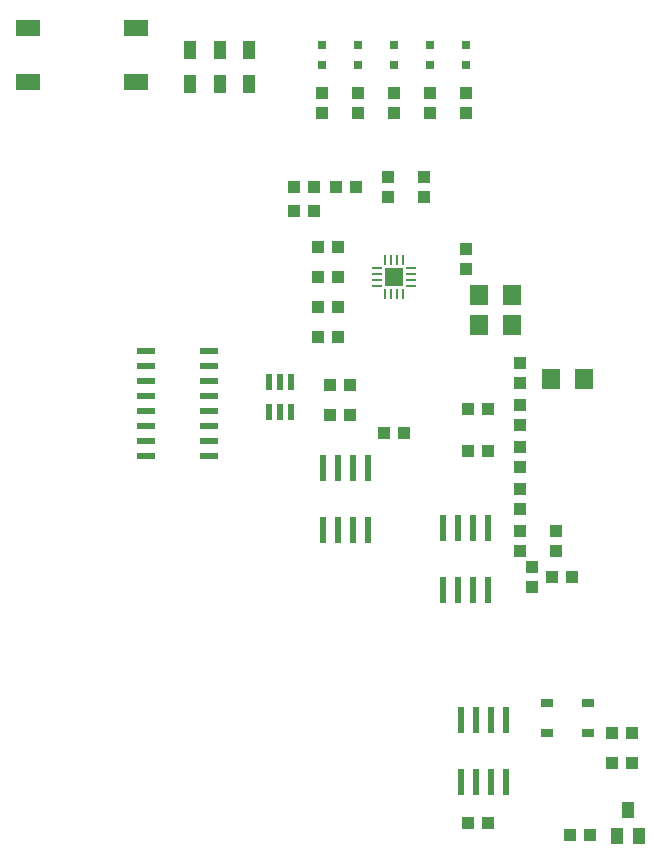
<source format=gtp>
G04 EAGLE Gerber RS-274X export*
G75*
%MOMM*%
%FSLAX34Y34*%
%LPD*%
%INSolderpaste Top*%
%IPPOS*%
%AMOC8*
5,1,8,0,0,1.08239X$1,22.5*%
G01*
%ADD10R,0.600000X2.200000*%
%ADD11R,1.100000X1.000000*%
%ADD12R,2.100000X1.400000*%
%ADD13R,1.000000X1.600000*%
%ADD14R,0.800000X0.800000*%
%ADD15R,1.550000X0.600000*%
%ADD16R,1.000000X1.100000*%
%ADD17R,1.127200X0.783900*%
%ADD18R,1.000000X1.400000*%
%ADD19R,0.249200X0.804800*%
%ADD20R,0.804800X0.249200*%
%ADD21R,1.550000X1.550000*%
%ADD22R,0.558800X1.320800*%
%ADD23R,1.600000X1.800000*%


D10*
X402670Y381680D03*
X402670Y329680D03*
X415370Y381680D03*
X389970Y381680D03*
X377270Y381680D03*
X415370Y329680D03*
X389970Y329680D03*
X377270Y329680D03*
D11*
X442040Y379260D03*
X442040Y362260D03*
D12*
X25700Y804900D03*
X25700Y759900D03*
X116700Y759900D03*
X116700Y804900D03*
D13*
X188040Y786240D03*
X213040Y786240D03*
X163040Y786240D03*
X163040Y758240D03*
X188040Y758240D03*
X213040Y758240D03*
D11*
X396240Y733180D03*
X396240Y750180D03*
X304800Y733180D03*
X304800Y750180D03*
X365760Y733180D03*
X365760Y750180D03*
D14*
X396240Y774070D03*
X396240Y790570D03*
X304800Y774070D03*
X304800Y790570D03*
X365760Y774070D03*
X365760Y790570D03*
D15*
X179200Y443230D03*
X179200Y455930D03*
X179200Y468630D03*
X179200Y481330D03*
X125800Y481330D03*
X125800Y468630D03*
X125800Y455930D03*
X125800Y443230D03*
X179200Y494030D03*
X179200Y506730D03*
X179200Y519430D03*
X179200Y532130D03*
X125800Y532130D03*
X125800Y519430D03*
X125800Y506730D03*
X125800Y494030D03*
D16*
X472440Y379340D03*
X472440Y362340D03*
D11*
X486020Y340360D03*
X469020Y340360D03*
X452120Y348860D03*
X452120Y331860D03*
D10*
X417830Y219040D03*
X417830Y167040D03*
X430530Y219040D03*
X405130Y219040D03*
X392430Y219040D03*
X430530Y167040D03*
X405130Y167040D03*
X392430Y167040D03*
D16*
X397900Y132080D03*
X414900Y132080D03*
D17*
X499815Y233680D03*
X465385Y233680D03*
X499815Y208280D03*
X465385Y208280D03*
D11*
X536820Y208280D03*
X519820Y208280D03*
D16*
X536820Y182880D03*
X519820Y182880D03*
D18*
X533400Y143080D03*
X542900Y121080D03*
X523900Y121080D03*
D19*
X327780Y579836D03*
X332780Y579836D03*
X337780Y579836D03*
X342780Y579836D03*
D20*
X349804Y586860D03*
X349804Y591860D03*
X349804Y596860D03*
X349804Y601860D03*
D19*
X342780Y608884D03*
X337780Y608884D03*
X332780Y608884D03*
X327780Y608884D03*
D20*
X320756Y601860D03*
X320756Y596860D03*
X320756Y591860D03*
X320756Y586860D03*
D21*
X335280Y594360D03*
D11*
X274320Y733180D03*
X274320Y750180D03*
D14*
X274320Y774070D03*
X274320Y790570D03*
D16*
X267580Y670560D03*
X250580Y670560D03*
X303140Y670560D03*
X286140Y670560D03*
X287900Y543560D03*
X270900Y543560D03*
X298060Y502920D03*
X281060Y502920D03*
X298060Y477520D03*
X281060Y477520D03*
D10*
X300990Y432400D03*
X300990Y380400D03*
X313690Y432400D03*
X288290Y432400D03*
X275590Y432400D03*
X313690Y380400D03*
X288290Y380400D03*
X275590Y380400D03*
D11*
X441960Y504580D03*
X441960Y521580D03*
X441960Y469020D03*
X441960Y486020D03*
X441960Y433460D03*
X441960Y450460D03*
D16*
X441960Y414900D03*
X441960Y397900D03*
D11*
X414900Y447040D03*
X397900Y447040D03*
X414900Y482600D03*
X397900Y482600D03*
D16*
X396240Y601100D03*
X396240Y618100D03*
D11*
X250580Y650240D03*
X267580Y650240D03*
X270900Y568960D03*
X287900Y568960D03*
D16*
X501260Y121920D03*
X484260Y121920D03*
D11*
X335280Y733180D03*
X335280Y750180D03*
D14*
X335280Y774070D03*
X335280Y790570D03*
D22*
X248260Y505714D03*
X238760Y505714D03*
X229260Y505714D03*
X229260Y479806D03*
X238760Y479806D03*
X248260Y479806D03*
D16*
X270900Y619760D03*
X287900Y619760D03*
D11*
X360680Y662060D03*
X360680Y679060D03*
D16*
X330200Y662060D03*
X330200Y679060D03*
X287900Y594360D03*
X270900Y594360D03*
D23*
X407640Y553720D03*
X435640Y553720D03*
X435640Y579120D03*
X407640Y579120D03*
X468600Y508000D03*
X496600Y508000D03*
D11*
X326780Y462280D03*
X343780Y462280D03*
M02*

</source>
